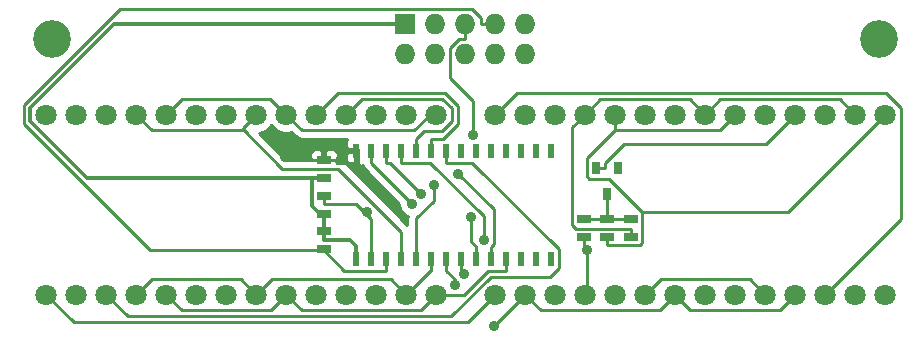
<source format=gbl>
%FSLAX34Y34*%
G04 Gerber Fmt 3.4, Leading zero omitted, Abs format*
G04 (created by PCBNEW (2014-04-07 BZR 4791)-product) date ons  9 apr 2014 20:42:48*
%MOIN*%
G01*
G70*
G90*
G04 APERTURE LIST*
%ADD10C,0.005906*%
%ADD11R,0.045000X0.025000*%
%ADD12R,0.068000X0.068000*%
%ADD13O,0.068000X0.068000*%
%ADD14C,0.126000*%
%ADD15R,0.020000X0.050000*%
%ADD16C,0.070866*%
%ADD17R,0.031500X0.039400*%
%ADD18C,0.035000*%
%ADD19C,0.013780*%
%ADD20C,0.010000*%
G04 APERTURE END LIST*
G54D10*
G54D11*
X50000Y-40063D03*
X50000Y-39463D03*
G54D12*
X52724Y-34933D03*
G54D13*
X52724Y-35933D03*
X53724Y-34933D03*
X53724Y-35933D03*
X54724Y-34933D03*
X54724Y-35933D03*
X55724Y-34933D03*
X55724Y-35933D03*
X56724Y-34933D03*
X56724Y-35933D03*
G54D14*
X68503Y-35433D03*
X40944Y-35433D03*
G54D11*
X50000Y-41244D03*
X50000Y-40644D03*
X50000Y-41825D03*
X50000Y-42425D03*
X58661Y-42032D03*
X58661Y-41432D03*
X59448Y-42032D03*
X59448Y-41432D03*
X60236Y-42032D03*
X60236Y-41432D03*
G54D15*
X51080Y-39144D03*
X51580Y-39144D03*
X52080Y-39144D03*
X52580Y-39144D03*
X53080Y-39144D03*
X53580Y-39144D03*
X54080Y-39144D03*
X54580Y-39144D03*
X55080Y-39144D03*
X55580Y-39144D03*
X56080Y-39144D03*
X56580Y-39144D03*
X57080Y-39144D03*
X57580Y-39144D03*
X57580Y-42744D03*
X57080Y-42744D03*
X56580Y-42744D03*
X56080Y-42744D03*
X55580Y-42744D03*
X55080Y-42744D03*
X54580Y-42744D03*
X54080Y-42744D03*
X53580Y-42744D03*
X53080Y-42744D03*
X52580Y-42744D03*
X52080Y-42744D03*
X51580Y-42744D03*
X51080Y-42744D03*
G54D16*
X55716Y-43944D03*
X56716Y-43944D03*
X57716Y-43944D03*
X58716Y-43944D03*
X59716Y-43944D03*
X60716Y-43944D03*
X61716Y-43944D03*
X62716Y-43944D03*
X63716Y-43944D03*
X64716Y-43944D03*
X65716Y-43944D03*
X66716Y-43944D03*
X67716Y-43944D03*
X68716Y-43944D03*
X68716Y-37944D03*
X67716Y-37944D03*
X66716Y-37944D03*
X65716Y-37944D03*
X64716Y-37944D03*
X63716Y-37944D03*
X62716Y-37944D03*
X61716Y-37944D03*
X60716Y-37944D03*
X59716Y-37944D03*
X58716Y-37944D03*
X57716Y-37944D03*
X56716Y-37944D03*
X55716Y-37944D03*
G54D17*
X59448Y-40590D03*
X59823Y-39724D03*
X59073Y-39724D03*
G54D16*
X40755Y-43944D03*
X41755Y-43944D03*
X42755Y-43944D03*
X43755Y-43944D03*
X44755Y-43944D03*
X45755Y-43944D03*
X46755Y-43944D03*
X47755Y-43944D03*
X48755Y-43944D03*
X49755Y-43944D03*
X50755Y-43944D03*
X51755Y-43944D03*
X52755Y-43944D03*
X53755Y-43944D03*
X53755Y-37944D03*
X52755Y-37944D03*
X51755Y-37944D03*
X50755Y-37944D03*
X49755Y-37944D03*
X48755Y-37944D03*
X47755Y-37944D03*
X46755Y-37944D03*
X45755Y-37944D03*
X44755Y-37944D03*
X43755Y-37944D03*
X42755Y-37944D03*
X41755Y-37944D03*
X40755Y-37944D03*
G54D18*
X53666Y-40288D03*
X58772Y-42473D03*
X52947Y-40925D03*
X53258Y-40600D03*
X55338Y-42123D03*
X55678Y-44982D03*
X54369Y-43617D03*
X54688Y-43273D03*
X54899Y-41359D03*
X54472Y-39918D03*
X51454Y-41199D03*
X54989Y-38614D03*
X48702Y-39354D03*
G54D19*
X50000Y-41825D02*
X50000Y-41538D01*
X50874Y-42120D02*
X50000Y-42120D01*
X51080Y-42325D02*
X50874Y-42120D01*
X51080Y-42744D02*
X51080Y-42325D01*
X50000Y-41825D02*
X50000Y-42120D01*
X50000Y-41244D02*
X50000Y-41391D01*
X50000Y-41391D02*
X50000Y-41538D01*
X49605Y-40997D02*
X49605Y-40063D01*
X50000Y-41391D02*
X49605Y-40997D01*
X50000Y-40063D02*
X49605Y-40063D01*
X42121Y-40063D02*
X49605Y-40063D01*
X40217Y-38159D02*
X42121Y-40063D01*
X40217Y-37727D02*
X40217Y-38159D01*
X43012Y-34933D02*
X40217Y-37727D01*
X52724Y-34933D02*
X43012Y-34933D01*
G54D20*
X63221Y-37440D02*
X62716Y-37944D01*
X67211Y-37440D02*
X63221Y-37440D01*
X67716Y-37944D02*
X67211Y-37440D01*
X59221Y-37440D02*
X58716Y-37944D01*
X62212Y-37440D02*
X59221Y-37440D01*
X62716Y-37944D02*
X62212Y-37440D01*
X58409Y-41757D02*
X60236Y-41757D01*
X58286Y-41633D02*
X58409Y-41757D01*
X58286Y-38375D02*
X58286Y-41633D01*
X58716Y-37944D02*
X58286Y-38375D01*
X60236Y-42032D02*
X60236Y-41757D01*
X47289Y-38449D02*
X47301Y-38437D01*
X44260Y-38449D02*
X47289Y-38449D01*
X43755Y-37944D02*
X44260Y-38449D01*
X47301Y-38399D02*
X47301Y-38437D01*
X47755Y-37944D02*
X47301Y-38399D01*
X52580Y-41850D02*
X52580Y-42744D01*
X50475Y-39745D02*
X52580Y-41850D01*
X48609Y-39745D02*
X50475Y-39745D01*
X47301Y-38437D02*
X48609Y-39745D01*
X59448Y-42032D02*
X59448Y-42307D01*
X63210Y-38450D02*
X63716Y-37944D01*
X59716Y-38450D02*
X63210Y-38450D01*
X59716Y-37944D02*
X59716Y-38450D01*
X65480Y-41181D02*
X60611Y-41181D01*
X68716Y-37944D02*
X65480Y-41181D01*
X59512Y-40082D02*
X60611Y-41181D01*
X58854Y-40082D02*
X59512Y-40082D01*
X58766Y-39994D02*
X58854Y-40082D01*
X58766Y-39401D02*
X58766Y-39994D01*
X59716Y-38450D02*
X58766Y-39401D01*
X60536Y-42307D02*
X59448Y-42307D01*
X60611Y-42232D02*
X60536Y-42307D01*
X60611Y-41181D02*
X60611Y-42232D01*
X53080Y-41409D02*
X53080Y-42744D01*
X53666Y-40823D02*
X53080Y-41409D01*
X53666Y-40288D02*
X53666Y-40823D01*
X48221Y-37410D02*
X48755Y-37944D01*
X45290Y-37410D02*
X48221Y-37410D01*
X44755Y-37944D02*
X45290Y-37410D01*
X49271Y-38460D02*
X48755Y-37944D01*
X53017Y-38460D02*
X49271Y-38460D01*
X53533Y-37944D02*
X53017Y-38460D01*
X53755Y-37944D02*
X53533Y-37944D01*
X53580Y-42744D02*
X53580Y-43145D01*
X44260Y-43440D02*
X43755Y-43944D01*
X47251Y-43440D02*
X44260Y-43440D01*
X47755Y-43944D02*
X47251Y-43440D01*
X53555Y-43145D02*
X52755Y-43944D01*
X53580Y-43145D02*
X53555Y-43145D01*
X48283Y-43417D02*
X47755Y-43944D01*
X52228Y-43417D02*
X48283Y-43417D01*
X52755Y-43944D02*
X52228Y-43417D01*
X58661Y-42032D02*
X58661Y-42307D01*
X58772Y-43889D02*
X58772Y-42473D01*
X58716Y-43944D02*
X58772Y-43889D01*
X58772Y-42418D02*
X58661Y-42307D01*
X58772Y-42473D02*
X58772Y-42418D01*
X51580Y-39144D02*
X51580Y-39545D01*
X64725Y-38936D02*
X65716Y-37944D01*
X60015Y-38936D02*
X64725Y-38936D01*
X59381Y-39570D02*
X60015Y-38936D01*
X59381Y-39724D02*
X59381Y-39570D01*
X59073Y-39724D02*
X59381Y-39724D01*
X52947Y-40911D02*
X52947Y-40925D01*
X51580Y-39545D02*
X52947Y-40911D01*
X52080Y-39144D02*
X52080Y-39545D01*
X52203Y-39545D02*
X53258Y-40600D01*
X52080Y-39545D02*
X52203Y-39545D01*
X52580Y-39144D02*
X52580Y-39545D01*
X55338Y-41327D02*
X55338Y-42123D01*
X53555Y-39545D02*
X55338Y-41327D01*
X52580Y-39545D02*
X53555Y-39545D01*
X57237Y-44466D02*
X56716Y-43944D01*
X61195Y-44466D02*
X57237Y-44466D01*
X61716Y-43944D02*
X61195Y-44466D01*
X62221Y-44449D02*
X61716Y-43944D01*
X65212Y-44449D02*
X62221Y-44449D01*
X65716Y-43944D02*
X65212Y-44449D01*
X54080Y-42744D02*
X54080Y-43145D01*
X56716Y-43944D02*
X55678Y-44982D01*
X54369Y-43433D02*
X54369Y-43617D01*
X54080Y-43145D02*
X54369Y-43433D01*
X45263Y-44452D02*
X44755Y-43944D01*
X48248Y-44452D02*
X45263Y-44452D01*
X48755Y-43944D02*
X48248Y-44452D01*
X49263Y-44452D02*
X48755Y-43944D01*
X53248Y-44452D02*
X49263Y-44452D01*
X53755Y-43944D02*
X53248Y-44452D01*
X56080Y-42744D02*
X56080Y-43145D01*
X55489Y-43145D02*
X56080Y-43145D01*
X54689Y-43944D02*
X55489Y-43145D01*
X53755Y-43944D02*
X54689Y-43944D01*
X54580Y-43165D02*
X54688Y-43273D01*
X54580Y-42744D02*
X54580Y-43165D01*
X64203Y-43431D02*
X64716Y-43944D01*
X61229Y-43431D02*
X64203Y-43431D01*
X60716Y-43944D02*
X61229Y-43431D01*
X41672Y-44861D02*
X40755Y-43944D01*
X54800Y-44861D02*
X41672Y-44861D01*
X55716Y-43944D02*
X54800Y-44861D01*
X55080Y-42744D02*
X55080Y-42344D01*
X54899Y-42163D02*
X54899Y-41359D01*
X55080Y-42344D02*
X54899Y-42163D01*
X55580Y-42744D02*
X55580Y-42344D01*
X55663Y-41109D02*
X54472Y-39918D01*
X55663Y-42262D02*
X55663Y-41109D01*
X55580Y-42344D02*
X55663Y-42262D01*
X69239Y-41422D02*
X66716Y-43944D01*
X69239Y-37740D02*
X69239Y-41422D01*
X68732Y-37233D02*
X69239Y-37740D01*
X56427Y-37233D02*
X68732Y-37233D01*
X55716Y-37944D02*
X56427Y-37233D01*
X50000Y-42425D02*
X50000Y-42460D01*
X55234Y-34730D02*
X55234Y-34933D01*
X54942Y-34437D02*
X55234Y-34730D01*
X43197Y-34437D02*
X54942Y-34437D01*
X39992Y-37642D02*
X43197Y-34437D01*
X39992Y-38247D02*
X39992Y-37642D01*
X44206Y-42460D02*
X39992Y-38247D01*
X50000Y-42460D02*
X44206Y-42460D01*
X55724Y-34933D02*
X55234Y-34933D01*
X50684Y-43145D02*
X50000Y-42460D01*
X52080Y-43145D02*
X50684Y-43145D01*
X52080Y-42744D02*
X52080Y-43145D01*
X50000Y-40644D02*
X50000Y-40920D01*
X54724Y-34933D02*
X54724Y-35423D01*
X51580Y-41416D02*
X51409Y-41244D01*
X51580Y-42744D02*
X51580Y-41416D01*
X51084Y-40920D02*
X51409Y-41244D01*
X50000Y-40920D02*
X51084Y-40920D01*
X51409Y-41244D02*
X51454Y-41199D01*
X54989Y-37493D02*
X54989Y-38614D01*
X54224Y-36728D02*
X54989Y-37493D01*
X54224Y-35720D02*
X54224Y-36728D01*
X54521Y-35423D02*
X54224Y-35720D01*
X54724Y-35423D02*
X54521Y-35423D01*
X50000Y-39463D02*
X49624Y-39463D01*
X49515Y-39354D02*
X49624Y-39463D01*
X48702Y-39354D02*
X49515Y-39354D01*
X50456Y-39545D02*
X50375Y-39463D01*
X51080Y-39545D02*
X50456Y-39545D01*
X51080Y-39144D02*
X51080Y-39545D01*
X50000Y-39463D02*
X50375Y-39463D01*
X59448Y-40590D02*
X59448Y-41432D01*
X58661Y-41432D02*
X59448Y-41432D01*
X59448Y-41432D02*
X60236Y-41432D01*
X53328Y-38496D02*
X53080Y-38744D01*
X53929Y-38496D02*
X53328Y-38496D01*
X54262Y-38163D02*
X53929Y-38496D01*
X54262Y-37734D02*
X54262Y-38163D01*
X53951Y-37423D02*
X54262Y-37734D01*
X51277Y-37423D02*
X53951Y-37423D01*
X50755Y-37944D02*
X51277Y-37423D01*
X53080Y-39144D02*
X53080Y-38744D01*
X53580Y-39144D02*
X53580Y-38744D01*
X50477Y-37222D02*
X49755Y-37944D01*
X54034Y-37222D02*
X50477Y-37222D01*
X54462Y-37651D02*
X54034Y-37222D01*
X54462Y-38246D02*
X54462Y-37651D01*
X53964Y-38744D02*
X54462Y-38246D01*
X53580Y-38744D02*
X53964Y-38744D01*
X54080Y-39144D02*
X54080Y-39545D01*
X54943Y-39545D02*
X54080Y-39545D01*
X57830Y-42432D02*
X54943Y-39545D01*
X57830Y-43057D02*
X57830Y-42432D01*
X57542Y-43345D02*
X57830Y-43057D01*
X55572Y-43345D02*
X57542Y-43345D01*
X54256Y-44660D02*
X55572Y-43345D01*
X43472Y-44660D02*
X54256Y-44660D01*
X42755Y-43944D02*
X43472Y-44660D01*
G54D10*
G36*
X52797Y-41323D02*
X52780Y-41409D01*
X52780Y-41626D01*
X51030Y-39876D01*
X51030Y-39582D01*
X51030Y-39194D01*
X50793Y-39194D01*
X50730Y-39257D01*
X50730Y-39345D01*
X50730Y-39444D01*
X50768Y-39536D01*
X50839Y-39606D01*
X50930Y-39644D01*
X50968Y-39644D01*
X51030Y-39582D01*
X51030Y-39876D01*
X50687Y-39533D01*
X50590Y-39467D01*
X50475Y-39445D01*
X50475Y-39445D01*
X50475Y-39413D01*
X50412Y-39413D01*
X50475Y-39351D01*
X50475Y-39289D01*
X50436Y-39197D01*
X50366Y-39126D01*
X50274Y-39088D01*
X50175Y-39088D01*
X50112Y-39088D01*
X50050Y-39151D01*
X50050Y-39413D01*
X50057Y-39413D01*
X50057Y-39445D01*
X49950Y-39445D01*
X49942Y-39445D01*
X49942Y-39413D01*
X49950Y-39413D01*
X49950Y-39151D01*
X49887Y-39088D01*
X49824Y-39088D01*
X49725Y-39088D01*
X49633Y-39126D01*
X49563Y-39197D01*
X49525Y-39289D01*
X49525Y-39351D01*
X49587Y-39413D01*
X49525Y-39413D01*
X49525Y-39445D01*
X48733Y-39445D01*
X47837Y-38549D01*
X47875Y-38549D01*
X48097Y-38457D01*
X48256Y-38299D01*
X48413Y-38456D01*
X48635Y-38549D01*
X48875Y-38549D01*
X48918Y-38531D01*
X49059Y-38672D01*
X49156Y-38737D01*
X49156Y-38737D01*
X49271Y-38760D01*
X50765Y-38760D01*
X50730Y-38845D01*
X50730Y-38944D01*
X50730Y-39032D01*
X50793Y-39094D01*
X51030Y-39094D01*
X51030Y-39087D01*
X51130Y-39087D01*
X51130Y-39094D01*
X51138Y-39094D01*
X51138Y-39194D01*
X51130Y-39194D01*
X51130Y-39582D01*
X51193Y-39644D01*
X51230Y-39644D01*
X51295Y-39618D01*
X51303Y-39659D01*
X51368Y-39757D01*
X52522Y-40910D01*
X52522Y-41009D01*
X52586Y-41166D01*
X52706Y-41285D01*
X52797Y-41323D01*
X52797Y-41323D01*
G37*
G54D20*
X52797Y-41323D02*
X52780Y-41409D01*
X52780Y-41626D01*
X51030Y-39876D01*
X51030Y-39582D01*
X51030Y-39194D01*
X50793Y-39194D01*
X50730Y-39257D01*
X50730Y-39345D01*
X50730Y-39444D01*
X50768Y-39536D01*
X50839Y-39606D01*
X50930Y-39644D01*
X50968Y-39644D01*
X51030Y-39582D01*
X51030Y-39876D01*
X50687Y-39533D01*
X50590Y-39467D01*
X50475Y-39445D01*
X50475Y-39445D01*
X50475Y-39413D01*
X50412Y-39413D01*
X50475Y-39351D01*
X50475Y-39289D01*
X50436Y-39197D01*
X50366Y-39126D01*
X50274Y-39088D01*
X50175Y-39088D01*
X50112Y-39088D01*
X50050Y-39151D01*
X50050Y-39413D01*
X50057Y-39413D01*
X50057Y-39445D01*
X49950Y-39445D01*
X49942Y-39445D01*
X49942Y-39413D01*
X49950Y-39413D01*
X49950Y-39151D01*
X49887Y-39088D01*
X49824Y-39088D01*
X49725Y-39088D01*
X49633Y-39126D01*
X49563Y-39197D01*
X49525Y-39289D01*
X49525Y-39351D01*
X49587Y-39413D01*
X49525Y-39413D01*
X49525Y-39445D01*
X48733Y-39445D01*
X47837Y-38549D01*
X47875Y-38549D01*
X48097Y-38457D01*
X48256Y-38299D01*
X48413Y-38456D01*
X48635Y-38549D01*
X48875Y-38549D01*
X48918Y-38531D01*
X49059Y-38672D01*
X49156Y-38737D01*
X49156Y-38737D01*
X49271Y-38760D01*
X50765Y-38760D01*
X50730Y-38845D01*
X50730Y-38944D01*
X50730Y-39032D01*
X50793Y-39094D01*
X51030Y-39094D01*
X51030Y-39087D01*
X51130Y-39087D01*
X51130Y-39094D01*
X51138Y-39094D01*
X51138Y-39194D01*
X51130Y-39194D01*
X51130Y-39582D01*
X51193Y-39644D01*
X51230Y-39644D01*
X51295Y-39618D01*
X51303Y-39659D01*
X51368Y-39757D01*
X52522Y-40910D01*
X52522Y-41009D01*
X52586Y-41166D01*
X52706Y-41285D01*
X52797Y-41323D01*
G54D10*
G36*
X53782Y-34983D02*
X53774Y-34983D01*
X53774Y-34990D01*
X53674Y-34990D01*
X53674Y-34983D01*
X53666Y-34983D01*
X53666Y-34883D01*
X53674Y-34883D01*
X53674Y-34875D01*
X53774Y-34875D01*
X53774Y-34883D01*
X53782Y-34883D01*
X53782Y-34983D01*
X53782Y-34983D01*
G37*
G54D20*
X53782Y-34983D02*
X53774Y-34983D01*
X53774Y-34990D01*
X53674Y-34990D01*
X53674Y-34983D01*
X53666Y-34983D01*
X53666Y-34883D01*
X53674Y-34883D01*
X53674Y-34875D01*
X53774Y-34875D01*
X53774Y-34883D01*
X53782Y-34883D01*
X53782Y-34983D01*
M02*

</source>
